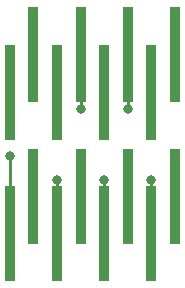
<source format=gbr>
G04 #@! TF.GenerationSoftware,KiCad,Pcbnew,5.0.2-bee76a0~70~ubuntu18.04.1*
G04 #@! TF.CreationDate,2019-03-08T21:19:01-05:00*
G04 #@! TF.ProjectId,2mm100mil-headers,326d6d31-3030-46d6-996c-2d6865616465,rev?*
G04 #@! TF.SameCoordinates,Original*
G04 #@! TF.FileFunction,Copper,L1,Top*
G04 #@! TF.FilePolarity,Positive*
%FSLAX46Y46*%
G04 Gerber Fmt 4.6, Leading zero omitted, Abs format (unit mm)*
G04 Created by KiCad (PCBNEW 5.0.2-bee76a0~70~ubuntu18.04.1) date Fri 08 Mar 2019 21:19:01 EST*
%MOMM*%
%LPD*%
G01*
G04 APERTURE LIST*
G04 #@! TA.AperFunction,SMDPad,CuDef*
%ADD10R,0.900000X2.000000*%
G04 #@! TD*
G04 #@! TA.AperFunction,ViaPad*
%ADD11C,0.800000*%
G04 #@! TD*
G04 #@! TA.AperFunction,Conductor*
%ADD12C,0.250000*%
G04 #@! TD*
G04 APERTURE END LIST*
D10*
G04 #@! TO.P,J2,8*
G04 #@! TO.N,/T8*
X116600000Y-97000000D03*
G04 #@! TO.P,J2,6*
G04 #@! TO.N,/T6*
X112600000Y-97000000D03*
G04 #@! TO.P,J2,4*
G04 #@! TO.N,/T4*
X108600000Y-97000000D03*
G04 #@! TO.P,J2,2*
G04 #@! TO.N,/T2*
X104600000Y-97000000D03*
G04 #@! TO.P,J2,7*
G04 #@! TO.N,/T7*
X114600000Y-100200000D03*
G04 #@! TO.P,J2,5*
G04 #@! TO.N,/T5*
X110600000Y-100200000D03*
G04 #@! TO.P,J2,3*
G04 #@! TO.N,/T3*
X106600000Y-100200000D03*
G04 #@! TO.P,J2,1*
G04 #@! TO.N,/T1*
X102600000Y-100200000D03*
G04 #@! TD*
G04 #@! TO.P,J3,8*
G04 #@! TO.N,/T8*
X116600000Y-95000000D03*
G04 #@! TO.P,J3,6*
G04 #@! TO.N,/T6*
X112600000Y-95000000D03*
G04 #@! TO.P,J3,4*
G04 #@! TO.N,/T4*
X108600000Y-95000000D03*
G04 #@! TO.P,J3,2*
G04 #@! TO.N,/T2*
X104600000Y-95000000D03*
G04 #@! TO.P,J3,7*
G04 #@! TO.N,/T7*
X114600000Y-98200000D03*
G04 #@! TO.P,J3,5*
G04 #@! TO.N,/T5*
X110600000Y-98200000D03*
G04 #@! TO.P,J3,3*
G04 #@! TO.N,/T3*
X106600000Y-98200000D03*
G04 #@! TO.P,J3,1*
G04 #@! TO.N,/T1*
X102600000Y-98200000D03*
G04 #@! TD*
G04 #@! TO.P,J10,8*
G04 #@! TO.N,/B8*
X116600000Y-109000000D03*
G04 #@! TO.P,J10,6*
G04 #@! TO.N,/B6*
X112600000Y-109000000D03*
G04 #@! TO.P,J10,4*
G04 #@! TO.N,/B4*
X108600000Y-109000000D03*
G04 #@! TO.P,J10,2*
G04 #@! TO.N,/B2*
X104600000Y-109000000D03*
G04 #@! TO.P,J10,7*
G04 #@! TO.N,/B7*
X114600000Y-112200000D03*
G04 #@! TO.P,J10,5*
G04 #@! TO.N,/B5*
X110600000Y-112200000D03*
G04 #@! TO.P,J10,3*
G04 #@! TO.N,/B3*
X106600000Y-112200000D03*
G04 #@! TO.P,J10,1*
G04 #@! TO.N,/B1*
X102600000Y-112200000D03*
G04 #@! TD*
G04 #@! TO.P,J7,8*
G04 #@! TO.N,/B8*
X116600000Y-103000000D03*
G04 #@! TO.P,J7,6*
G04 #@! TO.N,/B6*
X112600000Y-103000000D03*
G04 #@! TO.P,J7,4*
G04 #@! TO.N,/B4*
X108600000Y-103000000D03*
G04 #@! TO.P,J7,2*
G04 #@! TO.N,/B2*
X104600000Y-103000000D03*
G04 #@! TO.P,J7,7*
G04 #@! TO.N,/B7*
X114600000Y-106200000D03*
G04 #@! TO.P,J7,5*
G04 #@! TO.N,/B5*
X110600000Y-106200000D03*
G04 #@! TO.P,J7,3*
G04 #@! TO.N,/B3*
X106600000Y-106200000D03*
G04 #@! TO.P,J7,1*
G04 #@! TO.N,/B1*
X102600000Y-106200000D03*
G04 #@! TD*
G04 #@! TO.P,J9,8*
G04 #@! TO.N,/B8*
X116600000Y-107000000D03*
G04 #@! TO.P,J9,6*
G04 #@! TO.N,/B6*
X112600000Y-107000000D03*
G04 #@! TO.P,J9,4*
G04 #@! TO.N,/B4*
X108600000Y-107000000D03*
G04 #@! TO.P,J9,2*
G04 #@! TO.N,/B2*
X104600000Y-107000000D03*
G04 #@! TO.P,J9,7*
G04 #@! TO.N,/B7*
X114600000Y-110200000D03*
G04 #@! TO.P,J9,5*
G04 #@! TO.N,/B5*
X110600000Y-110200000D03*
G04 #@! TO.P,J9,3*
G04 #@! TO.N,/B3*
X106600000Y-110200000D03*
G04 #@! TO.P,J9,1*
G04 #@! TO.N,/B1*
X102600000Y-110200000D03*
G04 #@! TD*
G04 #@! TO.P,J8,8*
G04 #@! TO.N,/B8*
X116600000Y-105000000D03*
G04 #@! TO.P,J8,6*
G04 #@! TO.N,/B6*
X112600000Y-105000000D03*
G04 #@! TO.P,J8,4*
G04 #@! TO.N,/B4*
X108600000Y-105000000D03*
G04 #@! TO.P,J8,2*
G04 #@! TO.N,/B2*
X104600000Y-105000000D03*
G04 #@! TO.P,J8,7*
G04 #@! TO.N,/B7*
X114600000Y-108200000D03*
G04 #@! TO.P,J8,5*
G04 #@! TO.N,/B5*
X110600000Y-108200000D03*
G04 #@! TO.P,J8,3*
G04 #@! TO.N,/B3*
X106600000Y-108200000D03*
G04 #@! TO.P,J8,1*
G04 #@! TO.N,/B1*
X102600000Y-108200000D03*
G04 #@! TD*
G04 #@! TO.P,J4,8*
G04 #@! TO.N,/T8*
X116600000Y-93000000D03*
G04 #@! TO.P,J4,6*
G04 #@! TO.N,/T6*
X112600000Y-93000000D03*
G04 #@! TO.P,J4,4*
G04 #@! TO.N,/T4*
X108600000Y-93000000D03*
G04 #@! TO.P,J4,2*
G04 #@! TO.N,/T2*
X104600000Y-93000000D03*
G04 #@! TO.P,J4,7*
G04 #@! TO.N,/T7*
X114600000Y-96200000D03*
G04 #@! TO.P,J4,5*
G04 #@! TO.N,/T5*
X110600000Y-96200000D03*
G04 #@! TO.P,J4,3*
G04 #@! TO.N,/T3*
X106600000Y-96200000D03*
G04 #@! TO.P,J4,1*
G04 #@! TO.N,/T1*
X102600000Y-96200000D03*
G04 #@! TD*
G04 #@! TO.P,J5,8*
G04 #@! TO.N,/T8*
X116600000Y-91000000D03*
G04 #@! TO.P,J5,6*
G04 #@! TO.N,/T6*
X112600000Y-91000000D03*
G04 #@! TO.P,J5,4*
G04 #@! TO.N,/T4*
X108600000Y-91000000D03*
G04 #@! TO.P,J5,2*
G04 #@! TO.N,/T2*
X104600000Y-91000000D03*
G04 #@! TO.P,J5,7*
G04 #@! TO.N,/T7*
X114600000Y-94200000D03*
G04 #@! TO.P,J5,5*
G04 #@! TO.N,/T5*
X110600000Y-94200000D03*
G04 #@! TO.P,J5,3*
G04 #@! TO.N,/T3*
X106600000Y-94200000D03*
G04 #@! TO.P,J5,1*
G04 #@! TO.N,/T1*
X102600000Y-94200000D03*
G04 #@! TD*
D11*
G04 #@! TO.N,/T1*
X102600000Y-98600000D03*
G04 #@! TO.N,/T3*
X106600000Y-96600000D03*
G04 #@! TO.N,/T5*
X110600000Y-96600000D03*
G04 #@! TO.N,/T7*
X114600000Y-94600000D03*
G04 #@! TO.N,/T2*
X104600000Y-96600000D03*
G04 #@! TO.N,/T4*
X108600000Y-98600000D03*
G04 #@! TO.N,/T6*
X112600000Y-98600000D03*
G04 #@! TO.N,/T8*
X116600000Y-96600000D03*
G04 #@! TO.N,/B1*
X102600000Y-102600000D03*
G04 #@! TO.N,/B3*
X106600000Y-104600000D03*
G04 #@! TO.N,/B5*
X110600000Y-104600000D03*
G04 #@! TO.N,/B7*
X114600000Y-104600000D03*
G04 #@! TO.N,/B2*
X104600000Y-106600000D03*
G04 #@! TO.N,/B4*
X108600000Y-106600000D03*
G04 #@! TO.N,/B6*
X112600000Y-106600000D03*
G04 #@! TO.N,/B8*
X116600000Y-104600000D03*
G04 #@! TD*
D12*
G04 #@! TO.N,/T1*
X102600000Y-100200000D02*
X102600000Y-98200000D01*
X102600000Y-98200000D02*
X102600000Y-96200000D01*
X102600000Y-96200000D02*
X102600000Y-94200000D01*
G04 #@! TO.N,/T3*
X106600000Y-94200000D02*
X106600000Y-96200000D01*
X106600000Y-98200000D02*
X106600000Y-96200000D01*
X106600000Y-100200000D02*
X106600000Y-98200000D01*
G04 #@! TO.N,/T5*
X110600000Y-100200000D02*
X110600000Y-98200000D01*
X110600000Y-98200000D02*
X110600000Y-96200000D01*
X110600000Y-96200000D02*
X110600000Y-94200000D01*
G04 #@! TO.N,/T7*
X114600000Y-100200000D02*
X114600000Y-98200000D01*
X114600000Y-98200000D02*
X114600000Y-96200000D01*
X114600000Y-96200000D02*
X114600000Y-94200000D01*
G04 #@! TO.N,/T2*
X104600000Y-91000000D02*
X104600000Y-93000000D01*
X104600000Y-93000000D02*
X104600000Y-95000000D01*
X104600000Y-95000000D02*
X104600000Y-97000000D01*
G04 #@! TO.N,/T4*
X108600000Y-91000000D02*
X108600000Y-93000000D01*
X108600000Y-93000000D02*
X108600000Y-95000000D01*
X108600000Y-95000000D02*
X108600000Y-97000000D01*
X108600000Y-97000000D02*
X108600000Y-98600000D01*
G04 #@! TO.N,/T6*
X112600000Y-97000000D02*
X112600000Y-95000000D01*
X112600000Y-97000000D02*
X112600000Y-98600000D01*
X112600000Y-95000000D02*
X112600000Y-93000000D01*
X112600000Y-93000000D02*
X112600000Y-91000000D01*
G04 #@! TO.N,/T8*
X116600000Y-91000000D02*
X116600000Y-93000000D01*
X116600000Y-93000000D02*
X116600000Y-95000000D01*
X116600000Y-95000000D02*
X116600000Y-97000000D01*
G04 #@! TO.N,/B1*
X102600000Y-103165685D02*
X102600000Y-106200000D01*
X102600000Y-102600000D02*
X102600000Y-103165685D01*
X102600000Y-112200000D02*
X102600000Y-110200000D01*
X102600000Y-110200000D02*
X102600000Y-108200000D01*
X102600000Y-108200000D02*
X102600000Y-106200000D01*
G04 #@! TO.N,/B3*
X106600000Y-112200000D02*
X106600000Y-110200000D01*
X106600000Y-110200000D02*
X106600000Y-108200000D01*
X106600000Y-108200000D02*
X106600000Y-106200000D01*
X106600000Y-106200000D02*
X106600000Y-104600000D01*
G04 #@! TO.N,/B5*
X110600000Y-112200000D02*
X110600000Y-110200000D01*
X110600000Y-110200000D02*
X110600000Y-108200000D01*
X110600000Y-108200000D02*
X110600000Y-106200000D01*
X110600000Y-106200000D02*
X110600000Y-104600000D01*
G04 #@! TO.N,/B7*
X114600000Y-112200000D02*
X114600000Y-110200000D01*
X114600000Y-110200000D02*
X114600000Y-108200000D01*
X114600000Y-108200000D02*
X114600000Y-106200000D01*
X114600000Y-106200000D02*
X114600000Y-104600000D01*
G04 #@! TO.N,/B2*
X104600000Y-109000000D02*
X104600000Y-107000000D01*
X104600000Y-105000000D02*
X104600000Y-107000000D01*
X104600000Y-103000000D02*
X104600000Y-105000000D01*
G04 #@! TO.N,/B4*
X108600000Y-109000000D02*
X108600000Y-107000000D01*
X108600000Y-107000000D02*
X108600000Y-105000000D01*
X108600000Y-105000000D02*
X108600000Y-103000000D01*
G04 #@! TO.N,/B6*
X112600000Y-109000000D02*
X112600000Y-107000000D01*
X112600000Y-107000000D02*
X112600000Y-105000000D01*
X112600000Y-105000000D02*
X112600000Y-103000000D01*
G04 #@! TO.N,/B8*
X116600000Y-109000000D02*
X116600000Y-107000000D01*
X116600000Y-107000000D02*
X116600000Y-105000000D01*
X116600000Y-105000000D02*
X116600000Y-103000000D01*
G04 #@! TD*
M02*

</source>
